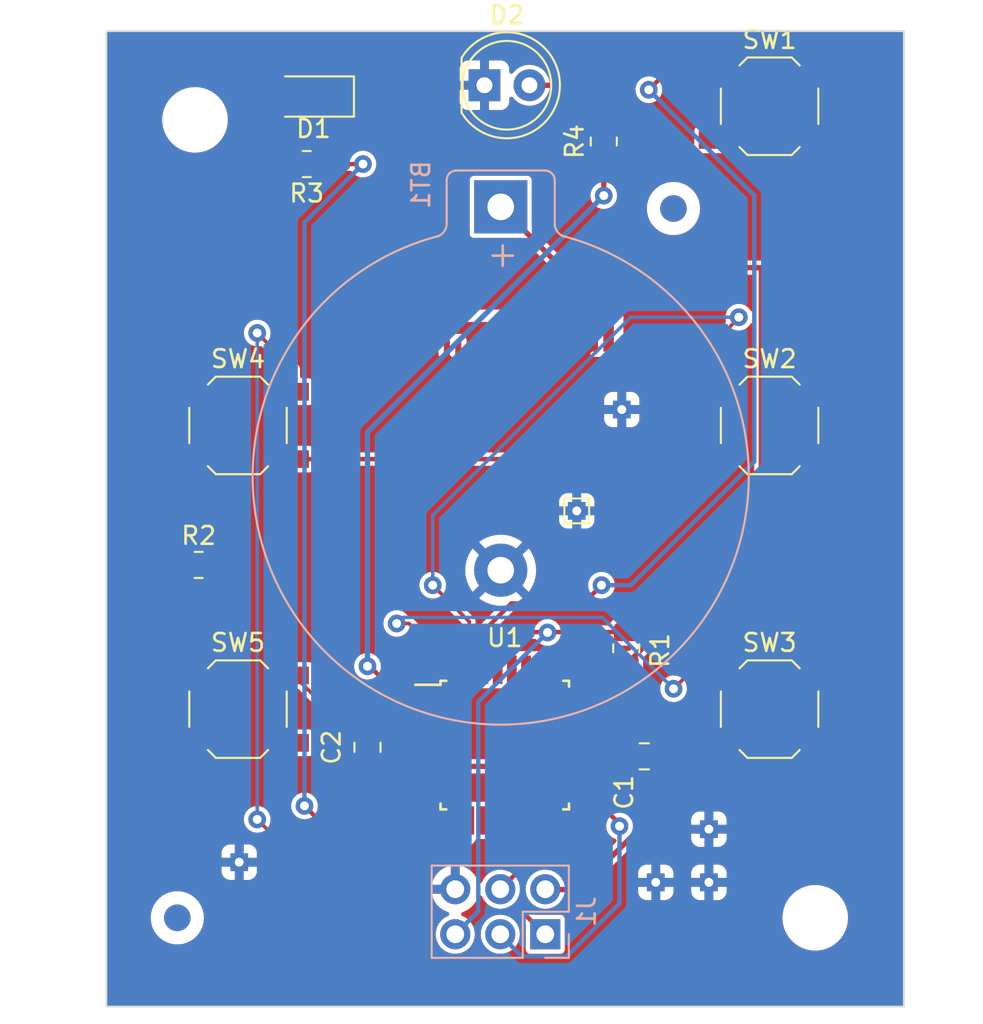
<source format=kicad_pcb>
(kicad_pcb (version 20221018) (generator pcbnew)
  (layers (0 "F.Cu" signal) (31 "B.Cu" signal) (34 "B.Paste" user) (35 "F.Paste" user) (36 "B.SilkS" user "B.Silkscreen") (37 "F.SilkS" user "F.Silkscreen") (38 "B.Mask" user) (39 "F.Mask" user) (44 "Edge.Cuts" user))
  (net 0 "")
  (net 1 "VCC")
  (net 2 "GND")
  (net 3 "Net-(D1-A)")
  (net 4 "Net-(D2-A)")
  (net 5 "MISO")
  (net 6 "SCK")
  (net 7 "MOSI")
  (net 8 "RST")
  (net 9 "Net-(SW1-B)")
  (net 10 "STAT")
  (net 11 "SEND")
  (net 12 "PWR")
  (net 13 "CH+")
  (net 14 "CH-")
  (net 15 "VOL+")
  (net 16 "VOL-")
  (footprint "Button_Switch_SMD:SW_SPST_TL3342" (layer "F.Cu") (at 7.425 22.232)
    (fp_text reference "SW4" (at 0 -3.75) (layer "F.SilkS"))
    (fp_text value "VOL+")
    (fp_line (start -2.75 -1) (end -2.75 1) (stroke (width 0.12)) (layer "F.SilkS"))
    (fp_line (start -1.7 -2.3) (end -1.25 -2.75) (stroke (width 0.12)) (layer "F.SilkS"))
    (fp_line (start -1.7 2.3) (end -1.25 2.75) (stroke (width 0.12)) (layer "F.SilkS"))
    (fp_line (start -1.25 -2.75) (end 1.25 -2.75) (stroke (width 0.12)) (layer "F.SilkS"))
    (fp_line (start -1.25 2.75) (end 1.25 2.75) (stroke (width 0.12)) (layer "F.SilkS"))
    (fp_line (start 1.7 -2.3) (end 1.25 -2.75) (stroke (width 0.12)) (layer "F.SilkS"))
    (fp_line (start 1.7 2.3) (end 1.25 2.75) (stroke (width 0.12)) (layer "F.SilkS"))
    (fp_line (start 2.75 -1) (end 2.75 1) (stroke (width 0.12)) (layer "F.SilkS"))
    (pad "1" smd rect (at -3.15 -1.9) (size 1.7 1) (layers "F.Cu" "F.Paste" "F.Mask") (net 15 "VOL+"))
    (pad "1" smd rect (at 3.15 -1.9) (size 1.7 1) (layers "F.Cu" "F.Paste" "F.Mask") (net 15 "VOL+"))
    (pad "2" smd rect (at -3.15 1.9) (size 1.7 1) (layers "F.Cu" "F.Paste" "F.Mask") (net 9 "Net-(SW1-B)"))
    (pad "2" smd rect (at 3.15 1.9) (size 1.7 1) (layers "F.Cu" "F.Paste" "F.Mask") (net 9 "Net-(SW1-B)"))
  )
  (footprint "Button_Switch_SMD:SW_SPST_TL3342" (layer "F.Cu") (at 7.425 38.232)
    (fp_text reference "SW5" (at 0 -3.75) (layer "F.SilkS"))
    (fp_text value "VOL-")
    (fp_line (start -2.75 -1) (end -2.75 1) (stroke (width 0.12)) (layer "F.SilkS"))
    (fp_line (start -1.7 -2.3) (end -1.25 -2.75) (stroke (width 0.12)) (layer "F.SilkS"))
    (fp_line (start -1.7 2.3) (end -1.25 2.75) (stroke (width 0.12)) (layer "F.SilkS"))
    (fp_line (start -1.25 -2.75) (end 1.25 -2.75) (stroke (width 0.12)) (layer "F.SilkS"))
    (fp_line (start -1.25 2.75) (end 1.25 2.75) (stroke (width 0.12)) (layer "F.SilkS"))
    (fp_line (start 1.7 -2.3) (end 1.25 -2.75) (stroke (width 0.12)) (layer "F.SilkS"))
    (fp_line (start 1.7 2.3) (end 1.25 2.75) (stroke (width 0.12)) (layer "F.SilkS"))
    (fp_line (start 2.75 -1) (end 2.75 1) (stroke (width 0.12)) (layer "F.SilkS"))
    (pad "1" smd rect (at -3.15 -1.9) (size 1.7 1) (layers "F.Cu" "F.Paste" "F.Mask") (net 16 "VOL-"))
    (pad "1" smd rect (at 3.15 -1.9) (size 1.7 1) (layers "F.Cu" "F.Paste" "F.Mask") (net 16 "VOL-"))
    (pad "2" smd rect (at -3.15 1.9) (size 1.7 1) (layers "F.Cu" "F.Paste" "F.Mask") (net 9 "Net-(SW1-B)"))
    (pad "2" smd rect (at 3.15 1.9) (size 1.7 1) (layers "F.Cu" "F.Paste" "F.Mask") (net 9 "Net-(SW1-B)"))
  )
  (footprint "Resistor_SMD:R_0805_2012Metric" (layer "F.Cu") (at 29.337 34.798 90)
    (fp_text reference "R1" (at -0.127 1.905 90) (layer "F.SilkS"))
    (fp_text value "10k")
    (fp_line (start -0.227064 -0.735) (end 0.227064 -0.735) (stroke (width 0.12)) (layer "F.SilkS"))
    (fp_line (start -0.227064 0.735) (end 0.227064 0.735) (stroke (width 0.12)) (layer "F.SilkS"))
    (pad "1" smd roundrect (at -0.9125 0 90) (size 1.025 1.4) (layers "F.Cu" "F.Paste" "F.Mask") (roundrect_rratio 0.243902439) (net 1 "VCC"))
    (pad "2" smd roundrect (at 0.9125 0 90) (size 1.025 1.4) (layers "F.Cu" "F.Paste" "F.Mask") (roundrect_rratio 0.243902439) (net 8 "RST"))
  )
  (footprint "LED_THT:LED_D5.0mm_IRGrey" (layer "F.Cu") (at 21.331 3.048)
    (fp_text reference "D2" (at 1.27 -3.96) (layer "F.SilkS"))
    (fp_text value "IR")
    (fp_line (start -1.29 -1.545) (end -1.29 1.545) (stroke (width 0.12)) (layer "F.SilkS"))
    (fp_arc (start -1.29 -1.54483) (mid 2.072002 -2.880433) (end 4.26 0.000462) (stroke (width 0.12)) (layer "F.SilkS"))
    (fp_arc (start 4.26 -0.000462) (mid 2.072002 2.880433) (end -1.29 1.54483) (stroke (width 0.12)) (layer "F.SilkS"))
    (fp_circle (center 1.27 0) (end 3.77 0) (stroke (width 0.12)) (fill none) (layer "F.SilkS"))
    (pad "1" thru_hole rect (at 0 0) (size 1.8 1.8) (drill 0.9) (layers "*.Cu" "*.Mask") (net 2 "GND"))
    (pad "2" thru_hole circle (at 2.54 0) (size 1.8 1.8) (drill 0.9) (layers "*.Cu" "*.Mask") (net 4 "Net-(D2-A)"))
  )
  (footprint "Capacitor_SMD:C_0805_2012Metric" (layer "F.Cu") (at 30.353 40.894)
    (fp_text reference "C1" (at -1.143 2.032 90) (layer "F.SilkS"))
    (fp_text value "0.1u")
    (fp_line (start -0.261252 -0.735) (end 0.261252 -0.735) (stroke (width 0.12)) (layer "F.SilkS"))
    (fp_line (start -0.261252 0.735) (end 0.261252 0.735) (stroke (width 0.12)) (layer "F.SilkS"))
    (pad "1" smd roundrect (at -0.95 0) (size 1 1.45) (layers "F.Cu" "F.Paste" "F.Mask") (net 1 "VCC"))
    (pad "2" smd roundrect (at 0.95 0) (size 1 1.45) (layers "F.Cu" "F.Paste" "F.Mask") (net 2 "GND"))
  )
  (footprint "Button_Switch_SMD:SW_SPST_TL3342" (layer "F.Cu") (at 37.425 38.232)
    (fp_text reference "SW3" (at 0 -3.75) (layer "F.SilkS"))
    (fp_text value "CH-")
    (fp_line (start -2.75 -1) (end -2.75 1) (stroke (width 0.12)) (layer "F.SilkS"))
    (fp_line (start -1.7 -2.3) (end -1.25 -2.75) (stroke (width 0.12)) (layer "F.SilkS"))
    (fp_line (start -1.7 2.3) (end -1.25 2.75) (stroke (width 0.12)) (layer "F.SilkS"))
    (fp_line (start -1.25 -2.75) (end 1.25 -2.75) (stroke (width 0.12)) (layer "F.SilkS"))
    (fp_line (start -1.25 2.75) (end 1.25 2.75) (stroke (width 0.12)) (layer "F.SilkS"))
    (fp_line (start 1.7 -2.3) (end 1.25 -2.75) (stroke (width 0.12)) (layer "F.SilkS"))
    (fp_line (start 1.7 2.3) (end 1.25 2.75) (stroke (width 0.12)) (layer "F.SilkS"))
    (fp_line (start 2.75 -1) (end 2.75 1) (stroke (width 0.12)) (layer "F.SilkS"))
    (pad "1" smd rect (at -3.15 -1.9) (size 1.7 1) (layers "F.Cu" "F.Paste" "F.Mask") (net 14 "CH-"))
    (pad "1" smd rect (at 3.15 -1.9) (size 1.7 1) (layers "F.Cu" "F.Paste" "F.Mask") (net 14 "CH-"))
    (pad "2" smd rect (at -3.15 1.9) (size 1.7 1) (layers "F.Cu" "F.Paste" "F.Mask") (net 9 "Net-(SW1-B)"))
    (pad "2" smd rect (at 3.15 1.9) (size 1.7 1) (layers "F.Cu" "F.Paste" "F.Mask") (net 9 "Net-(SW1-B)"))
  )
  (footprint "" (layer "F.Cu") (at 34.036 45.085)
    (fp_text reference "" (at 0 0) (layer "F.SilkS") (effects (font (size 1.27 1.27))))
    (fp_text value "" (at 0 0) (layer "F.SilkS") (effects (font (size 1.27 1.27))))
    (pad "1" thru_hole rect (at -0.036 -0.085) (size 1 1) (drill 0.5) (layers "*.Cu" "*.Mask") (net 2 "GND"))
  )
  (footprint "" (layer "F.Cu") (at 7.493 46.863)
    (fp_text reference "" (at 0 0) (layer "F.SilkS") (effects (font (size 1.27 1.27))))
    (fp_text value "" (at 0 0) (layer "F.SilkS") (effects (font (size 1.27 1.27))))
    (pad "1" thru_hole rect (at 0 0) (size 1 1) (drill 0.5) (layers "*.Cu" "*.Mask") (net 2 "GND"))
  )
  (footprint "Fiducial:Fiducial_1.5mm_Mask3mm" (layer "F.Cu") (at 4 50)
    (fp_text reference "REF**" hide)
    (fp_text value "Fiducial_1.5mm_Mask3mm")
    (pad "" smd circle (at 0 0) (size 1.5 1.5) (layers "F.Cu" "F.Mask") (clearance 0.75))
  )
  (footprint "Button_Switch_SMD:SW_SPST_TL3342" (layer "F.Cu") (at 37.425 4.232)
    (fp_text reference "SW1" (at 0 -3.75) (layer "F.SilkS"))
    (fp_text value "PWR")
    (fp_line (start -2.75 -1) (end -2.75 1) (stroke (width 0.12)) (layer "F.SilkS"))
    (fp_line (start -1.7 -2.3) (end -1.25 -2.75) (stroke (width 0.12)) (layer "F.SilkS"))
    (fp_line (start -1.7 2.3) (end -1.25 2.75) (stroke (width 0.12)) (layer "F.SilkS"))
    (fp_line (start -1.25 -2.75) (end 1.25 -2.75) (stroke (width 0.12)) (layer "F.SilkS"))
    (fp_line (start -1.25 2.75) (end 1.25 2.75) (stroke (width 0.12)) (layer "F.SilkS"))
    (fp_line (start 1.7 -2.3) (end 1.25 -2.75) (stroke (width 0.12)) (layer "F.SilkS"))
    (fp_line (start 1.7 2.3) (end 1.25 2.75) (stroke (width 0.12)) (layer "F.SilkS"))
    (fp_line (start 2.75 -1) (end 2.75 1) (stroke (width 0.12)) (layer "F.SilkS"))
    (pad "1" smd rect (at -3.15 -1.9) (size 1.7 1) (layers "F.Cu" "F.Paste" "F.Mask") (net 12 "PWR"))
    (pad "1" smd rect (at 3.15 -1.9) (size 1.7 1) (layers "F.Cu" "F.Paste" "F.Mask") (net 12 "PWR"))
    (pad "2" smd rect (at -3.15 1.9) (size 1.7 1) (layers "F.Cu" "F.Paste" "F.Mask") (net 9 "Net-(SW1-B)"))
    (pad "2" smd rect (at 3.15 1.9) (size 1.7 1) (layers "F.Cu" "F.Paste" "F.Mask") (net 9 "Net-(SW1-B)"))
  )
  (footprint "Resistor_SMD:R_0805_2012Metric" (layer "F.Cu") (at 5.207 30.099)
    (fp_text reference "R2" (at 0 -1.65) (layer "F.SilkS"))
    (fp_text value "10k")
    (fp_line (start -0.227064 -0.735) (end 0.227064 -0.735) (stroke (width 0.12)) (layer "F.SilkS"))
    (fp_line (start -0.227064 0.735) (end 0.227064 0.735) (stroke (width 0.12)) (layer "F.SilkS"))
    (pad "1" smd roundrect (at -0.9125 0) (size 1.025 1.4) (layers "F.Cu" "F.Paste" "F.Mask") (roundrect_rratio 0.243902439) (net 9 "Net-(SW1-B)"))
    (pad "2" smd roundrect (at 0.9125 0) (size 1.025 1.4) (layers "F.Cu" "F.Paste" "F.Mask") (roundrect_rratio 0.243902439) (net 2 "GND"))
  )
  (footprint "MountingHole:MountingHole_3.2mm_M3" (layer "F.Cu") (at 5 5)
    (fp_text reference "REF**" hide)
    (fp_text value "MountingHole_3.2mm_M3")
    (pad "" np_thru_hole circle (at 0 0) (size 3.2 3.2) (drill 3.2) (layers "*.Cu" "*.Mask"))
  )
  (footprint "" (layer "F.Cu") (at 34.036 47.752)
    (fp_text reference "" (at 0 0) (layer "F.SilkS") (effects (font (size 1.27 1.27))))
    (fp_text value "" (at 0 0) (layer "F.SilkS") (effects (font (size 1.27 1.27))))
    (pad "1" thru_hole rect (at -0.036 0.248) (size 1 1) (drill 0.5) (layers "*.Cu" "*.Mask") (net 2 "GND"))
  )
  (footprint "Button_Switch_SMD:SW_SPST_TL3342" (layer "F.Cu") (at 37.425 22.232)
    (fp_text reference "SW2" (at 0 -3.75) (layer "F.SilkS"))
    (fp_text value "CH+")
    (fp_line (start -2.75 -1) (end -2.75 1) (stroke (width 0.12)) (layer "F.SilkS"))
    (fp_line (start -1.7 -2.3) (end -1.25 -2.75) (stroke (width 0.12)) (layer "F.SilkS"))
    (fp_line (start -1.7 2.3) (end -1.25 2.75) (stroke (width 0.12)) (layer "F.SilkS"))
    (fp_line (start -1.25 -2.75) (end 1.25 -2.75) (stroke (width 0.12)) (layer "F.SilkS"))
    (fp_line (start -1.25 2.75) (end 1.25 2.75) (stroke (width 0.12)) (layer "F.SilkS"))
    (fp_line (start 1.7 -2.3) (end 1.25 -2.75) (stroke (width 0.12)) (layer "F.SilkS"))
    (fp_line (start 1.7 2.3) (end 1.25 2.75) (stroke (width 0.12)) (layer "F.SilkS"))
    (fp_line (start 2.75 -1) (end 2.75 1) (stroke (width 0.12)) (layer "F.SilkS"))
    (pad "1" smd rect (at -3.15 -1.9) (size 1.7 1) (layers "F.Cu" "F.Paste" "F.Mask") (net 13 "CH+"))
    (pad "1" smd rect (at 3.15 -1.9) (size 1.7 1) (layers "F.Cu" "F.Paste" "F.Mask") (net 13 "CH+"))
    (pad "2" smd rect (at -3.15 1.9) (size 1.7 1) (layers "F.Cu" "F.Paste" "F.Mask") (net 9 "Net-(SW1-B)"))
    (pad "2" smd rect (at 3.15 1.9) (size 1.7 1) (layers "F.Cu" "F.Paste" "F.Mask") (net 9 "Net-(SW1-B)"))
  )
  (footprint "Resistor_SMD:R_0805_2012Metric" (layer "F.Cu") (at 11.303 7.493 180)
    (fp_text reference "R3" (at 0 -1.65) (layer "F.SilkS"))
    (fp_text value "5k")
    (fp_line (start -0.227064 -0.735) (end 0.227064 -0.735) (stroke (width 0.12)) (layer "F.SilkS"))
    (fp_line (start -0.227064 0.735) (end 0.227064 0.735) (stroke (width 0.12)) (layer "F.SilkS"))
    (pad "1" smd roundrect (at -0.9125 0 180) (size 1.025 1.4) (layers "F.Cu" "F.Paste" "F.Mask") (roundrect_rratio 0.243902439) (net 10 "STAT"))
    (pad "2" smd roundrect (at 0.9125 0 180) (size 1.025 1.4) (layers "F.Cu" "F.Paste" "F.Mask") (roundrect_rratio 0.243902439) (net 3 "Net-(D1-A)"))
  )
  (footprint "LED_SMD:LED_1206_3216Metric" (layer "F.Cu") (at 11.684 3.683 180)
    (fp_text reference "D1" (at 0 -1.82) (layer "F.SilkS"))
    (fp_text value "RED")
    (fp_line (start -2.285 -1.135) (end -2.285 1.135) (stroke (width 0.12)) (layer "F.SilkS"))
    (fp_line (start -2.285 1.135) (end 1.6 1.135) (stroke (width 0.12)) (layer "F.SilkS"))
    (fp_line (start 1.6 -1.135) (end -2.285 -1.135) (stroke (width 0.12)) (layer "F.SilkS"))
    (pad "1" smd roundrect (at -1.4 0 180) (size 1.25 1.75) (layers "F.Cu" "F.Paste" "F.Mask") (roundrect_rratio 0.2) (net 2 "GND"))
    (pad "2" smd roundrect (at 1.4 0 180) (size 1.25 1.75) (layers "F.Cu" "F.Paste" "F.Mask") (roundrect_rratio 0.2) (net 3 "Net-(D1-A)"))
  )
  (footprint "TestPoint:TestPoint_THTPad_1.0x1.0mm_Drill0.5mm" (layer "F.Cu") (at 26.543 27.051)
    (fp_text reference "REF**" hide)
    (fp_text value "TestPoint_THTPad_1.0x1.0mm_Drill0.5mm")
    (fp_line (start -0.7 -0.7) (end 0.7 -0.7) (stroke (width 0.12)) (layer "F.SilkS"))
    (fp_line (start -0.7 0.7) (end -0.7 -0.7) (stroke (width 0.12)) (layer "F.SilkS"))
    (fp_line (start 0.7 -0.7) (end 0.7 0.7) (stroke (width 0.12)) (layer "F.SilkS"))
    (fp_line (start 0.7 0.7) (end -0.7 0.7) (stroke (width 0.12)) (layer "F.SilkS"))
    (pad "1" thru_hole rect (at 0 0) (size 1 1) (drill 0.5) (layers "*.Cu" "*.Mask") (net 2 "GND"))
  )
  (footprint "MountingHole:MountingHole_3.2mm_M3" (layer "F.Cu") (at 40 50)
    (fp_text reference "REF**" hide)
    (fp_text value "MountingHole_3.2mm_M3")
    (pad "" np_thru_hole circle (at 0 0) (size 3.2 3.2) (drill 3.2) (layers "*.Cu" "*.Mask"))
  )
  (footprint "" (layer "F.Cu") (at 29.083 21.336)
    (fp_text reference "" (at 0 0) (layer "F.SilkS") (effects (font (size 1.27 1.27))))
    (fp_text value "" (at 0 0) (layer "F.SilkS") (effects (font (size 1.27 1.27))))
    (pad "1" thru_hole rect (at 0 0) (size 1 1) (drill 0.5) (layers "*.Cu" "*.Mask") (net 2 "GND"))
  )
  (footprint "Capacitor_SMD:C_0805_2012Metric" (layer "F.Cu") (at 14.732 40.386 -90)
    (fp_text reference "C2" (at 0 2.032 90) (layer "F.SilkS"))
    (fp_text value "0.1u")
    (fp_line (start -0.261252 -0.735) (end 0.261252 -0.735) (stroke (width 0.12)) (layer "F.SilkS"))
    (fp_line (start -0.261252 0.735) (end 0.261252 0.735) (stroke (width 0.12)) (layer "F.SilkS"))
    (pad "1" smd roundrect (at -0.95 0 270) (size 1 1.45) (layers "F.Cu" "F.Paste" "F.Mask") (net 2 "GND"))
    (pad "2" smd roundrect (at 0.95 0 270) (size 1 1.45) (layers "F.Cu" "F.Paste" "F.Mask") (net 1 "VCC"))
  )
  (footprint "Fiducial:Fiducial_1.5mm_Mask3mm" (layer "F.Cu") (at 32 10)
    (fp_text reference "REF**" hide)
    (fp_text value "Fiducial_1.5mm_Mask3mm")
    (pad "" smd circle (at 0 0) (size 1.5 1.5) (layers "F.Cu" "F.Mask") (clearance 0.75))
  )
  (footprint "" (layer "F.Cu") (at 31.242 47.752)
    (fp_text reference "" (at 0 0) (layer "F.SilkS") (effects (font (size 1.27 1.27))))
    (fp_text value "" (at 0 0) (layer "F.SilkS") (effects (font (size 1.27 1.27))))
    (pad "1" thru_hole rect (at -0.242 0.248) (size 1 1) (drill 0.5) (layers "*.Cu" "*.Mask") (net 2 "GND"))
  )
  (footprint "Package_QFP:TQFP-32_7x7mm_P0.8mm" (layer "F.Cu") (at 22.479 40.259)
    (fp_text reference "U1" (at 0 -6.05) (layer "F.SilkS"))
    (fp_text value "ATmega48-20A")
    (fp_line (start -3.625 -3.625) (end -3.625 -3.4) (stroke (width 0.15)) (layer "F.SilkS"))
    (fp_line (start -3.625 -3.625) (end -3.3 -3.625) (stroke (width 0.15)) (layer "F.SilkS"))
    (fp_line (start -3.625 -3.4) (end -5.05 -3.4) (stroke (width 0.15)) (layer "F.SilkS"))
    (fp_line (start -3.625 3.625) (end -3.625 3.3) (stroke (width 0.15)) (layer "F.SilkS"))
    (fp_line (start -3.625 3.625) (end -3.3 3.625) (stroke (width 0.15)) (layer "F.SilkS"))
    (fp_line (start 3.625 -3.625) (end 3.3 -3.625) (stroke (width 0.15)) (layer "F.SilkS"))
    (fp_line (start 3.625 -3.625) (end 3.625 -3.3) (stroke (width 0.15)) (layer "F.SilkS"))
    (fp_line (start 3.625 3.625) (end 3.3 3.625) (stroke (width 0.15)) (layer "F.SilkS"))
    (fp_line (start 3.625 3.625) (end 3.625 3.3) (stroke (width 0.15)) (layer "F.SilkS"))
    (pad "1" smd rect (at -4.25 -2.8) (size 1.6 0.55) (layers "F.Cu" "F.Paste" "F.Mask") (net 11 "SEND"))
    (pad "2" smd rect (at -4.25 -2) (size 1.6 0.55) (layers "F.Cu" "F.Paste" "F.Mask") (net 16 "VOL-"))
    (pad "3" smd rect (at -4.25 -1.2) (size 1.6 0.55) (layers "F.Cu" "F.Paste" "F.Mask") (net 2 "GND"))
    (pad "4" smd rect (at -4.25 -0.4) (size 1.6 0.55) (layers "F.Cu" "F.Paste" "F.Mask") (net 1 "VCC"))
    (pad "5" smd rect (at -4.25 0.4) (size 1.6 0.55) (layers "F.Cu" "F.Paste" "F.Mask") (net 2 "GND"))
    (pad "6" smd rect (at -4.25 1.2) (size 1.6 0.55) (layers "F.Cu" "F.Paste" "F.Mask") (net 1 "VCC"))
    (pad "7" smd rect (at -4.25 2) (size 1.6 0.55) (layers "F.Cu" "F.Paste" "F.Mask"))
    (pad "8" smd rect (at -4.25 2.8) (size 1.6 0.55) (layers "F.Cu" "F.Paste" "F.Mask"))
    (pad "9" smd rect (at -2.8 4.25 90) (size 1.6 0.55) (layers "F.Cu" "F.Paste" "F.Mask") (net 10 "STAT"))
    (pad "10" smd rect (at -2 4.25 90) (size 1.6 0.55) (layers "F.Cu" "F.Paste" "F.Mask") (net 15 "VOL+"))
    (pad "11" smd rect (at -1.2 4.25 90) (size 1.6 0.55) (layers "F.Cu" "F.Paste" "F.Mask"))
    (pad "12" smd rect (at -0.4 4.25 90) (size 1.6 0.55) (layers "F.Cu" "F.Paste" "F.Mask"))
    (pad "13" smd rect (at 0.4 4.25 90) (size 1.6 0.55) (layers "F.Cu" "F.Paste" "F.Mask"))
    (pad "14" smd rect (at 1.2 4.25 90) (size 1.6 0.55) (layers "F.Cu" "F.Paste" "F.Mask"))
    (pad "15" smd rect (at 2 4.25 90) (size 1.6 0.55) (layers "F.Cu" "F.Paste" "F.Mask") (net 7 "MOSI"))
    (pad "16" smd rect (at 2.8 4.25 90) (size 1.6 0.55) (layers "F.Cu" "F.Paste" "F.Mask") (net 5 "MISO"))
    (pad "17" smd rect (at 4.25 2.8) (size 1.6 0.55) (layers "F.Cu" "F.Paste" "F.Mask") (net 6 "SCK"))
    (pad "18" smd rect (at 4.25 2) (size 1.6 0.55) (layers "F.Cu" "F.Paste" "F.Mask") (net 1 "VCC"))
    (pad "19" smd rect (at 4.25 1.2) (size 1.6 0.55) (layers "F.Cu" "F.Paste" "F.Mask") (net 1 "VCC"))
    (pad "20" smd rect (at 4.25 0.4) (size 1.6 0.55) (layers "F.Cu" "F.Paste" "F.Mask") (net 1 "VCC"))
    (pad "21" smd rect (at 4.25 -0.4) (size 1.6 0.55) (layers "F.Cu" "F.Paste" "F.Mask") (net 2 "GND"))
    (pad "22" smd rect (at 4.25 -1.2) (size 1.6 0.55) (layers "F.Cu" "F.Paste" "F.Mask") (net 1 "VCC"))
    (pad "23" smd rect (at 4.25 -2) (size 1.6 0.55) (layers "F.Cu" "F.Paste" "F.Mask"))
    (pad "24" smd rect (at 4.25 -2.8) (size 1.6 0.55) (layers "F.Cu" "F.Paste" "F.Mask"))
    (pad "25" smd rect (at 2.8 -4.25 90) (size 1.6 0.55) (layers "F.Cu" "F.Paste" "F.Mask"))
    (pad "26" smd rect (at 2 -4.25 90) (size 1.6 0.55) (layers "F.Cu" "F.Paste" "F.Mask"))
    (pad "27" smd rect (at 1.2 -4.25 90) (size 1.6 0.55) (layers "F.Cu" "F.Paste" "F.Mask"))
    (pad "28" smd rect (at 0.4 -4.25 90) (size 1.6 0.55) (layers "F.Cu" "F.Paste" "F.Mask"))
    (pad "29" smd rect (at -0.4 -4.25 90) (size 1.6 0.55) (layers "F.Cu" "F.Paste" "F.Mask") (net 8 "RST"))
    (pad "30" smd rect (at -1.2 -4.25 90) (size 1.6 0.55) (layers "F.Cu" "F.Paste" "F.Mask") (net 12 "PWR"))
    (pad "31" smd rect (at -2 -4.25 90) (size 1.6 0.55) (layers "F.Cu" "F.Paste" "F.Mask") (net 13 "CH+"))
    (pad "32" smd rect (at -2.8 -4.25 90) (size 1.6 0.55) (layers "F.Cu" "F.Paste" "F.Mask") (net 14 "CH-"))
  )
  (footprint "Resistor_SMD:R_0805_2012Metric" (layer "F.Cu") (at 28.067 6.223 90)
    (fp_text reference "R4" (at 0 -1.65 90) (layer "F.SilkS"))
    (fp_text value "250")
    (fp_line (start -0.227064 -0.735) (end 0.227064 -0.735) (stroke (width 0.12)) (layer "F.SilkS"))
    (fp_line (start -0.227064 0.735) (end 0.227064 0.735) (stroke (width 0.12)) (layer "F.SilkS"))
    (pad "1" smd roundrect (at -0.9125 0 90) (size 1.025 1.4) (layers "F.Cu" "F.Paste" "F.Mask") (roundrect_rratio 0.243902439) (net 11 "SEND"))
    (pad "2" smd roundrect (at 0.9125 0 90) (size 1.025 1.4) (layers "F.Cu" "F.Paste" "F.Mask") (roundrect_rratio 0.243902439) (net 4 "Net-(D2-A)"))
  )
  (footprint "Battery:BatteryHolder_Keystone_106_1x20mm" (layer "B.Cu") (at 22.25 9.906 -90)
    (fp_text reference "BT1" (at -1.25 4.5 90) (layer "B.SilkS") (effects (justify mirror)))
    (fp_text value "CR2032")
    (fp_text user "+" (at 2.75 0 90) (layer "B.SilkS") (effects (font (size 1.5 1.5)) (justify mirror)))
    (fp_line (start -2.05 2.5) (end -2.05 -2.5) (stroke (width 0.12)) (layer "B.SilkS"))
    (fp_line (start -1.5 -3.05) (end 0.95 -3.05) (stroke (width 0.12)) (layer "B.SilkS"))
    (fp_line (start 0.95 3.05) (end -1.5 3.05) (stroke (width 0.12)) (layer "B.SilkS"))
    (fp_arc (start -2.05 -2.5) (mid -1.888909 -2.888909) (end -1.5 -3.05) (stroke (width 0.12)) (layer "B.SilkS"))
    (fp_arc (start -1.5 3.05) (mid -1.888909 2.888909) (end -2.05 2.5) (stroke (width 0.12)) (layer "B.SilkS"))
    (fp_arc (start 0.95 3.05) (mid 1.371575 3.178399) (end 1.65 3.52) (stroke (width 0.12)) (layer "B.SilkS"))
    (fp_arc (start 1.65 -3.52) (mid 1.371574 -3.178401) (end 0.95 -3.05) (stroke (width 0.12)) (layer "B.SilkS"))
    (fp_arc (start 1.65 -3.52) (mid 16.974433 -13.886954) (end 29.2 0) (stroke (width 0.12)) (layer "B.SilkS"))
    (fp_arc (start 29.2 0) (mid 16.974433 13.886953) (end 1.65 3.52) (stroke (width 0.12)) (layer "B.SilkS"))
    (pad "1" thru_hole rect (at 0 0 270) (size 3 3) (drill 1.5) (layers "*.Cu" "*.Mask") (net 1 "VCC"))
    (pad "2" thru_hole circle (at 20.49 0 270) (size 3 3) (drill 1.5) (layers "*.Cu" "*.Mask") (net 2 "GND"))
  )
  (footprint "Fiducial:Fiducial_1.5mm_Mask3mm" (layer "B.Cu") (at 32 10 180)
    (fp_text reference "REF**" hide)
    (fp_text value "Fiducial_1.5mm_Mask3mm")
    (pad "" smd circle (at 0 0 180) (size 1.5 1.5) (layers "B.Cu" "B.Mask") (clearance 0.75))
  )
  (footprint "Fiducial:Fiducial_1.5mm_Mask3mm" (layer "B.Cu") (at 4 50 180)
    (fp_text reference "REF**" hide)
    (fp_text value "Fiducial_1.5mm_Mask3mm")
    (pad "" smd circle (at 0 0 180) (size 1.5 1.5) (layers "B.Cu" "B.Mask") (clearance 0.75))
  )
  (footprint "Connector_PinHeader_2.54mm:PinHeader_2x03_P2.54mm_Vertical" (layer "B.Cu") (at 24.765 50.927 90)
    (fp_text reference "J1" (at 1.27 2.33 90) (layer "B.SilkS") (effects (justify mirror)))
    (fp_text value "ISP")
    (fp_line (start -1.33 -6.41) (end 3.87 -6.41) (stroke (width 0.12)) (layer "B.SilkS"))
    (fp_line (start -1.33 -1.27) (end -1.33 -6.41) (stroke (width 0.12)) (layer "B.SilkS"))
    (fp_line (start -1.33 -1.27) (end 1.27 -1.27) (stroke (width 0.12)) (layer "B.SilkS"))
    (fp_line (start -1.33 0) (end -1.33 1.33) (stroke (width 0.12)) (layer "B.SilkS"))
    (fp_line (start -1.33 1.33) (end 0 1.33) (stroke (width 0.12)) (layer "B.SilkS"))
    (fp_line (start 1.27 -1.27) (end 1.27 1.33) (stroke (width 0.12)) (layer "B.SilkS"))
    (fp_line (start 1.27 1.33) (end 3.87 1.33) (stroke (width 0.12)) (layer "B.SilkS"))
    (fp_line (start 3.87 1.33) (end 3.87 -6.41) (stroke (width 0.12)) (layer "B.SilkS"))
    (pad "1" thru_hole rect (at 0 0 90) (size 1.7 1.7) (drill 1) (layers "*.Cu" "*.Mask") (net 5 "MISO"))
    (pad "2" thru_hole oval (at 2.54 0 90) (size 1.7 1.7) (drill 1) (layers "*.Cu" "*.Mask") (net 1 "VCC"))
    (pad "3" thru_hole oval (at 0 -2.54 90) (size 1.7 1.7) (drill 1) (layers "*.Cu" "*.Mask") (net 6 "SCK"))
    (pad "4" thru_hole oval (at 2.54 -2.54 90) (size 1.7 1.7) (drill 1) (layers "*.Cu" "*.Mask") (net 7 "MOSI"))
    (pad "5" thru_hole oval (at 0 -5.08 90) (size 1.7 1.7) (drill 1) (layers "*.Cu" "*.Mask") (net 8 "RST"))
    (pad "6" thru_hole oval (at 2.54 -5.08 90) (size 1.7 1.7) (drill 1) (layers "*.Cu" "*.Mask") (net 2 "GND"))
  )
  (gr_line (start 0 0) (end 45 0) (stroke (width 0.1)) (layer "Edge.Cuts"))
  (gr_line (start 45 0) (end 45 55) (stroke (width 0.1)) (layer "Edge.Cuts"))
  (gr_line (start 45 55) (end 0 55) (stroke (width 0.1)) (layer "Edge.Cuts"))
  (gr_line (start 0 0) (end 0 55) (stroke (width 0.1)) (layer "Edge.Cuts"))
  (gr_text "SimplIR v1" (at 22.5 18.415) (layer "F.Cu" knockout) (effects (font (size 1.5 1.5) (thickness 0.3) bold) (justify bottom)))
  (segment (start 27.929 40.559) (end 27.929 39.359) (width 0.3) (layer "F.Cu") (net 1))
  (segment (start 26.652793 48.407) (end 24.75 48.407) (width 0.3) (layer "F.Cu") (net 1))
  (segment (start 22.25 9.906) (end 25.679 13.335) (width 0.3) (layer "F.Cu") (net 1))
  (segment (start 27.829 42.259) (end 29.972 44.402) (width 0.3) (layer "F.Cu") (net 1))
  (segment (start 26.729 40.659) (end 29.168 40.659) (width 0.3) (layer "F.Cu") (net 1))
  (segment (start 19.429 41.359) (end 19.429 40.13) (width 0.3) (layer "F.Cu") (net 1))
  (segment (start 14.732 41.336) (end 14.855 41.459) (width 0.3) (layer "F.Cu") (net 1))
  (segment (start 19.329 41.459) (end 19.429 41.359) (width 0.3) (layer "F.Cu") (net 1))
  (segment (start 18.229 41.459) (end 26.729 41.459) (width 0.3) (layer "F.Cu") (net 1))
  (segment (start 19.158 39.859) (end 18.229 39.859) (width 0.3) (layer "F.Cu") (net 1))
  (segment (start 27.629 39.059) (end 26.729 39.059) (width 0.3) (layer "F.Cu") (net 1))
  (segment (start 27.929 39.359) (end 27.629 39.059) (width 0.3) (layer "F.Cu") (net 1))
  (segment (start 29.972 45.087793) (end 26.652793 48.407) (width 0.3) (layer "F.Cu") (net 1))
  (segment (start 29.168 40.659) (end 29.403 40.894) (width 0.3) (layer "F.Cu") (net 1))
  (segment (start 29.337 35.7105) (end 29.337 40.828) (width 0.3) (layer "F.Cu") (net 1))
  (segment (start 27.829 40.659) (end 27.929 40.559) (width 0.3) (layer "F.Cu") (net 1))
  (segment (start 29.972 44.402) (end 29.972 45.087793) (width 0.3) (layer "F.Cu") (net 1))
  (segment (start 19.429 40.13) (end 19.158 39.859) (width 0.3) (layer "F.Cu") (net 1))
  (segment (start 25.679 13.335) (end 36.957 13.335) (width 0.3) (layer "F.Cu") (net 1))
  (segment (start 26.729 42.259) (end 27.829 42.259) (width 0.3) (layer "F.Cu") (net 1))
  (segment (start 26.729 41.459) (end 26.729 42.259) (width 0.3) (layer "F.Cu") (net 1))
  (segment (start 29.337 40.828) (end 29.403 40.894) (width 0.3) (layer "F.Cu") (net 1))
  (segment (start 18.229 41.459) (end 19.329 41.459) (width 0.3) (layer "F.Cu") (net 1))
  (segment (start 26.729 40.659) (end 26.729 41.459) (width 0.3) (layer "F.Cu") (net 1))
  (segment (start 26.729 40.659) (end 27.829 40.659) (width 0.3) (layer "F.Cu") (net 1))
  (segment (start 36.957 13.335) (end 36.957 28.0905) (width 0.3) (layer "F.Cu") (net 1))
  (segment (start 14.855 41.459) (end 18.229 41.459) (width 0.3) (layer "F.Cu") (net 1))
  (segment (start 36.957 28.0905) (end 29.337 35.7105) (width 0.3) (layer "F.Cu") (net 1))
  (segment (start 10.3905 7.493) (end 10.3905 3.7895) (width 0.25) (layer "F.Cu") (net 3))
  (segment (start 10.3905 3.7895) (end 10.284 3.683) (width 0.25) (layer "F.Cu") (net 3))
  (segment (start 25.8045 3.048) (end 28.067 5.3105) (width 0.3) (layer "F.Cu") (net 4))
  (segment (start 23.871 3.048) (end 25.8045 3.048) (width 0.3) (layer "F.Cu") (net 4))
  (segment (start 23.495 49.692) (end 24.75 50.947) (width 0.25) (layer "F.Cu") (net 5))
  (segment (start 25.279 46.045106) (end 23.495 47.829106) (width 0.25) (layer "F.Cu") (net 5))
  (segment (start 23.495 47.829106) (end 23.495 49.692) (width 0.25) (layer "F.Cu") (net 5))
  (segment (start 25.279 44.509) (end 25.279 46.045106) (width 0.25) (layer "F.Cu") (net 5))
  (segment (start 26.729 43.059) (end 27.311 43.059) (width 0.25) (layer "F.Cu") (net 6))
  (segment (start 27.311 43.059) (end 28.956 44.704) (width 0.25) (layer "F.Cu") (net 6))
  (via (at 28.956 44.831) (size 1) (drill 0.5) (layers "F.Cu" "B.Cu") (net 6))
  (segment (start 28.956 44.831) (end 28.956 49.191) (width 0.25) (layer "B.Cu") (net 6))
  (segment (start 25.975 52.172) (end 23.435 52.172) (width 0.25) (layer "B.Cu") (net 6))
  (segment (start 23.435 52.172) (end 22.21 50.947) (width 0.25) (layer "B.Cu") (net 6))
  (segment (start 28.956 49.191) (end 25.975 52.172) (width 0.25) (layer "B.Cu") (net 6))
  (segment (start 24.479 46.138) (end 22.21 48.407) (width 0.25) (layer "F.Cu") (net 7))
  (segment (start 24.479 44.509) (end 24.479 46.138) (width 0.25) (layer "F.Cu") (net 7))
  (segment (start 23.1525 33.8855) (end 24.8685 33.8855) (width 0.25) (layer "F.Cu") (net 8))
  (segment (start 22.079 34.959) (end 23.1525 33.8855) (width 0.25) (layer "F.Cu") (net 8))
  (segment (start 24.9155 33.8855) (end 29.337 33.8855) (width 0.25) (layer "F.Cu") (net 8))
  (segment (start 24.8685 33.8855) (end 24.892 33.909) (width 0.25) (layer "F.Cu") (net 8))
  (segment (start 24.892 33.909) (end 24.9155 33.8855) (width 0.25) (layer "F.Cu") (net 8))
  (segment (start 22.079 36.009) (end 22.079 34.959) (width 0.25) (layer "F.Cu") (net 8))
  (via (at 24.892 33.909) (size 1) (drill 0.5) (layers "F.Cu" "B.Cu") (net 8))
  (segment (start 20.985 49.632) (end 19.67 50.947) (width 0.25) (layer "B.Cu") (net 8))
  (segment (start 24.892 33.909) (end 20.985 37.816) (width 0.25) (layer "B.Cu") (net 8))
  (segment (start 20.985 37.816) (end 20.985 49.632) (width 0.25) (layer "B.Cu") (net 8))
  (segment (start 40.575 6.132) (end 40.575 15.813) (width 0.25) (layer "F.Cu") (net 9))
  (segment (start 6.35 32.1545) (end 6.35 38.057) (width 0.25) (layer "F.Cu") (net 9))
  (segment (start 6.35 38.057) (end 4.275 40.132) (width 0.25) (layer "F.Cu") (net 9))
  (segment (start 4.2945 30.099) (end 6.35 32.1545) (width 0.25) (layer "F.Cu") (net 9))
  (segment (start 38.608 26.099) (end 38.608 38.165) (width 0.25) (layer "F.Cu") (net 9))
  (segment (start 4.275 24.132) (end 4.275 30.0795) (width 0.25) (layer "F.Cu") (net 9))
  (segment (start 38.608 38.165) (end 40.575 40.132) (width 0.25) (layer "F.Cu") (net 9))
  (segment (start 4.275 30.0795) (end 4.2945 30.099) (width 0.25) (layer "F.Cu") (net 9))
  (segment (start 40.575 24.132) (end 38.608 26.099) (width 0.25) (layer "F.Cu") (net 9))
  (segment (start 38.1 21.657) (end 40.575 24.132) (width 0.25) (layer "F.Cu") (net 9))
  (segment (start 40.575 15.813) (end 38.1 18.288) (width 0.25) (layer "F.Cu") (net 9))
  (segment (start 10.575 24.132) (end 34.275 24.132) (width 0.25) (layer "F.Cu") (net 9))
  (segment (start 38.1 18.288) (end 38.1 21.657) (width 0.25) (layer "F.Cu") (net 9))
  (segment (start 11.176 43.688) (end 11.997 44.509) (width 0.25) (layer "F.Cu") (net 10))
  (segment (start 12.2155 7.493) (end 14.478 7.493) (width 0.25) (layer "F.Cu") (net 10))
  (segment (start 11.997 44.509) (end 19.679 44.509) (width 0.25) (layer "F.Cu") (net 10))
  (via (at 14.478 7.493) (size 1) (drill 0.5) (layers "F.Cu" "B.Cu") (net 10))
  (via (at 11.176 43.688) (size 1) (drill 0.5) (layers "F.Cu" "B.Cu") (net 10))
  (segment (start 11.176 43.688) (end 11.176 10.795) (width 0.25) (layer "B.Cu") (net 10))
  (segment (start 11.176 10.795) (end 14.478 7.493) (width 0.25) (layer "B.Cu") (net 10))
  (segment (start 28.067 7.1355) (end 28.067 9.271) (width 0.3) (layer "F.Cu") (net 11))
  (segment (start 18.229 37.459) (end 16.504 37.459) (width 0.25) (layer "F.Cu") (net 11))
  (segment (start 16.504 37.459) (end 14.732 35.687) (width 0.25) (layer "F.Cu") (net 11))
  (via (at 28.067 9.271) (size 1) (drill 0.5) (layers "F.Cu" "B.Cu") (net 11))
  (via (at 14.732 35.814) (size 1) (drill 0.5) (layers "F.Cu" "B.Cu") (net 11))
  (segment (start 14.732 22.606) (end 28.067 9.271) (width 0.3) (layer "B.Cu") (net 11))
  (segment (start 14.732 35.814) (end 14.732 22.606) (width 0.3) (layer "B.Cu") (net 11))
  (segment (start 27.94 31.242) (end 26.911 32.271) (width 0.25) (layer "F.Cu") (net 12))
  (segment (start 34.275 2.332) (end 31.577 2.332) (width 0.25) (layer "F.Cu") (net 12))
  (segment (start 26.911 32.271) (end 22.847 32.271) (width 0.25) (layer "F.Cu") (net 12))
  (segment (start 22.847 32.271) (end 21.279 33.839) (width 0.25) (layer "F.Cu") (net 12))
  (segment (start 31.577 2.332) (end 30.607 3.302) (width 0.25) (layer "F.Cu") (net 12))
  (segment (start 21.279 33.839) (end 21.279 36.009) (width 0.25) (layer "F.Cu") (net 12))
  (via (at 30.607 3.302) (size 1) (drill 0.5) (layers "F.Cu" "B.Cu") (net 12))
  (via (at 27.94 31.242) (size 1) (drill 0.5) (layers "F.Cu" "B.Cu") (net 12))
  (segment (start 29.591 31.242) (end 36.562 24.271) (width 0.25) (layer "B.Cu") (net 12))
  (segment (start 36.562 9.257) (end 30.607 3.302) (width 0.25) (layer "B.Cu") (net 12))
  (segment (start 27.94 31.242) (end 29.591 31.242) (width 0.25) (layer "B.Cu") (net 12))
  (segment (start 36.562 24.271) (end 36.562 9.257) (width 0.25) (layer "B.Cu") (net 12))
  (segment (start 34.275 17.668) (end 35.687 16.129) (width 0.2) (layer "F.Cu") (net 13))
  (segment (start 20.479 33.306) (end 20.479 36.009) (width 0.2) (layer "F.Cu") (net 13))
  (segment (start 34.275 20.332) (end 34.275 17.668) (width 0.2) (layer "F.Cu") (net 13))
  (segment (start 18.415 31.242) (end 20.479 33.306) (width 0.2) (layer "F.Cu") (net 13))
  (via (at 35.687 16.129) (size 1) (drill 0.5) (layers "F.Cu" "B.Cu") (net 13))
  (via (at 18.415 31.242) (size 1) (drill 0.5) (layers "F.Cu" "B.Cu") (net 13))
  (segment (start 29.591 16.129) (end 35.687 16.129) (width 0.2) (layer "B.Cu") (net 13))
  (segment (start 18.415 27.305) (end 29.591 16.129) (width 0.2) (layer "B.Cu") (net 13))
  (segment (start 18.415 31.242) (end 18.415 27.305) (width 0.2) (layer "B.Cu") (net 13))
  (segment (start 34.275 36.332) (end 32.756 36.332) (width 0.2) (layer "F.Cu") (net 14))
  (segment (start 17.071 33.401) (end 16.383 33.401) (width 0.2) (layer "F.Cu") (net 14))
  (segment (start 32.756 36.332) (end 32.004 37.084) (width 0.2) (layer "F.Cu") (net 14))
  (segment (start 19.679 36.009) (end 17.071 33.401) (width 0.2) (layer "F.Cu") (net 14))
  (via (at 16.383 33.401) (size 1) (drill 0.5) (layers "F.Cu" "B.Cu") (net 14))
  (via (at 32.004 37.084) (size 1) (drill 0.5) (layers "F.Cu" "B.Cu") (net 14))
  (segment (start 27.979 33.059) (end 16.725 33.059) (width 0.2) (layer "B.Cu") (net 14))
  (segment (start 32.004 37.084) (end 27.979 33.059) (width 0.2) (layer "B.Cu") (net 14))
  (segment (start 16.725 33.059) (end 16.383 33.401) (width 0.2) (layer "B.Cu") (net 14))
  (segment (start 20.329 45.659) (end 9.718 45.659) (width 0.2) (layer "F.Cu") (net 15))
  (segment (start 9.718 45.659) (end 8.509 44.45) (width 0.2) (layer "F.Cu") (net 15))
  (segment (start 20.479 44.509) (end 20.479 45.509) (width 0.2) (layer "F.Cu") (net 15))
  (segment (start 20.479 45.509) (end 20.329 45.659) (width 0.2) (layer "F.Cu") (net 15))
  (segment (start 10.575 19.084) (end 10.575 20.332) (width 0.2) (layer "F.Cu") (net 15))
  (segment (start 8.509 17.018) (end 10.575 19.084) (width 0.2) (layer "F.Cu") (net 15))
  (via (at 8.509 44.45) (size 1) (drill 0.5) (layers "F.Cu" "B.Cu") (net 15))
  (via (at 8.509 17.018) (size 1) (drill 0.5) (layers "F.Cu" "B.Cu") (net 15))
  (segment (start 8.509 44.45) (end 8.509 17.018) (width 0.2) (layer "B.Cu") (net 15))
  (segment (start 12.502 38.259) (end 10.575 36.332) (width 0.2) (layer "F.Cu") (net 16))
  (segment (start 18.229 38.259) (end 12.502 38.259) (width 0.2) (layer "F.Cu") (net 16))
  (zone (net 2) (net_name "GND") (layers "F&B.Cu") (connect_pads (clearance 0.25)) (min_thickness 0.25) (fill yes (thermal_gap 0.5) (thermal_bridge_width 0.5) (island_removal_mode 1) (island_area_min 10))
    (polygon (pts (xy 45.593 -1.143) (xy 45.72 56.007) (xy -0.635 56.007) (xy -0.635 -1.143)))
  )
)
</source>
